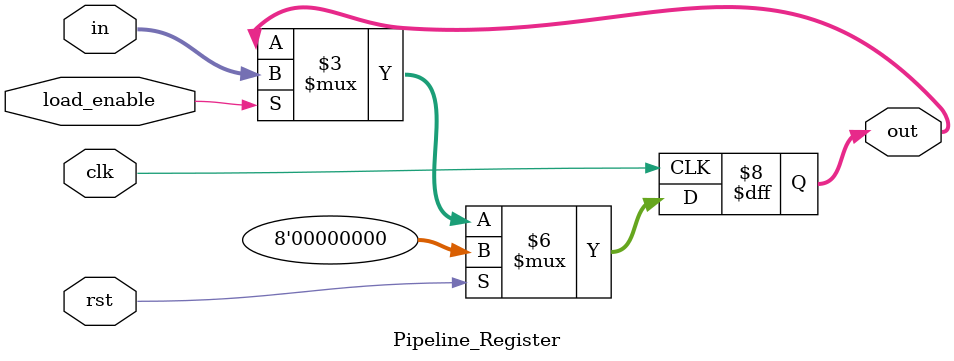
<source format=v>
module Pipeline_Register 
						#(parameter BUS_WIDTH = 8)
						(
							clk, 
							rst,
							load_enable,							
							in,
							out
						);
			
						input wire clk;
						input wire rst;
						input wire load_enable;
						input wire [BUS_WIDTH - 1:0] in;

						output reg [BUS_WIDTH - 1:0] out;

						always @(posedge clk) begin
						  if(rst) begin
								out  <= {BUS_WIDTH{1'b0}};
						  end
						  else if(load_enable) begin
								out <= in;
						  end
						  else 
								out <= out;
						end

endmodule

</source>
